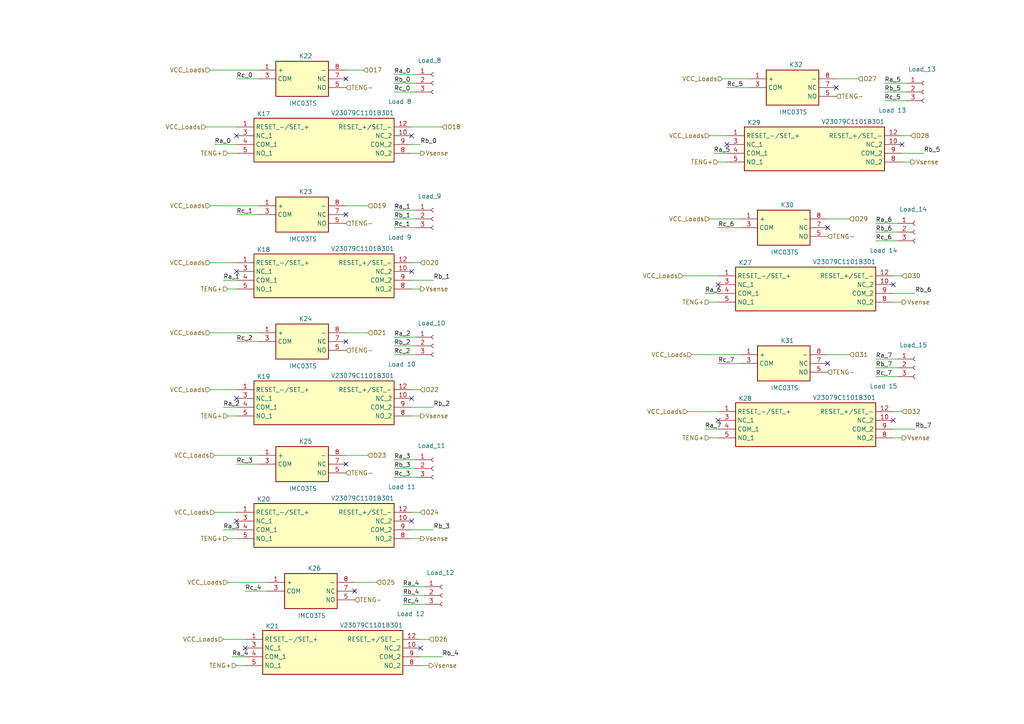
<source format=kicad_sch>
(kicad_sch (version 20231120) (generator "eeschema") (generator_version "8.0")
  (paper "A4")
  (lib_symbols
    (symbol "Connector:Conn_01x03_Socket" (pin_names (offset 1.016) hide)
      (property "Reference" "J" (at 0 5.08 0))
      (property "Value" "Conn_01x03_Socket" (at 0 -5.08 0))
      (symbol "Conn_01x03_Socket_1_1"
        (arc (start 0 -2.032) (mid -0.5058 -2.54) (end 0 -3.048) (stroke (width 0.1524)))
        (polyline (pts (xy -1.27 -2.54) (xy -0.508 -2.54)) (stroke (width 0.1524)))
        (polyline (pts (xy -1.27 0) (xy -0.508 0)) (stroke (width 0.1524)))
        (polyline (pts (xy -1.27 2.54) (xy -0.508 2.54)) (stroke (width 0.1524)))
        (arc (start 0 0.508) (mid -0.5058 0) (end 0 -0.508) (stroke (width 0.1524)))
        (arc (start 0 3.048) (mid -0.5058 2.54) (end 0 2.032) (stroke (width 0.1524)))
        (pin passive line (at -5.08 2.54 0) (length 3.81) (name "Pin_1") (number "1"))
        (pin passive line (at -5.08 0 0) (length 3.81) (name "Pin_2") (number "2"))
        (pin passive line (at -5.08 -2.54 0) (length 3.81) (name "Pin_3") (number "3"))
      )
    )
    (symbol "SamacSys_Parts:IMC03TS"
      (property "Reference" "K" (at 21.59 7.62 0))
      (property "Value" "IMC03TS" (at 21.59 5.08 0))
      (symbol "IMC03TS_1_1"
        (rectangle (start 5.08 2.54) (end 20.32 -7.62) (stroke (width 0.254)) (fill (type background)))
        (pin passive line (at 0 0 0) (length 5.08) (name "+") (number "1"))
        (pin passive line (at 0 -2.54 0) (length 5.08) (name "COM") (number "3"))
        (pin passive line (at 25.4 -5.08 180) (length 5.08) (name "NO") (number "5"))
        (pin no_connect line (at 25.4 -2.54 180) (length 5.08) (name "NC") (number "7"))
        (pin passive line (at 25.4 0 180) (length 5.08) (name "-") (number "8"))
      )
    )
    (symbol "SamacSys_Parts:V23079C1103B301"
      (property "Reference" "K" (at 46.99 7.62 0))
      (property "Value" "V23079C1103B301" (at 46.99 5.08 0))
      (symbol "V23079C1103B301_1_1"
        (rectangle (start 5.08 2.54) (end 45.72 -10.16) (stroke (width 0.254)) (fill (type background)))
        (pin passive line (at 0 0 0) (length 5.08) (name "RESET_-/SET_+") (number "1"))
        (pin passive line (at 50.8 -2.54 180) (length 5.08) (name "NC_2") (number "10"))
        (pin passive line (at 50.8 0 180) (length 5.08) (name "RESET_+/SET_-") (number "12"))
        (pin passive line (at 0 -2.54 0) (length 5.08) (name "NC_1") (number "3"))
        (pin passive line (at 0 -5.08 0) (length 5.08) (name "COM_1") (number "4"))
        (pin passive line (at 0 -7.62 0) (length 5.08) (name "NO_1") (number "5"))
        (pin passive line (at 50.8 -7.62 180) (length 5.08) (name "NO_2") (number "8"))
        (pin passive line (at 50.8 -5.08 180) (length 5.08) (name "COM_2") (number "9"))
      )
    )
  )
  (no_connect (at 208.28 82.55))
  (no_connect (at 102.87 171.45))
  (no_connect (at 121.92 187.96))
  (no_connect (at 119.38 115.57))
  (no_connect (at 68.58 78.74))
  (no_connect (at 242.57 25.4))
  (no_connect (at 119.38 151.13))
  (no_connect (at 100.33 134.62))
  (no_connect (at 68.58 39.37))
  (no_connect (at 100.33 22.86))
  (no_connect (at 259.08 82.55))
  (no_connect (at 71.12 187.96))
  (no_connect (at 259.08 121.92))
  (no_connect (at 208.28 121.92))
  (no_connect (at 100.33 62.23))
  (no_connect (at 240.03 66.04))
  (no_connect (at 68.58 115.57))
  (no_connect (at 210.82 41.91))
  (no_connect (at 240.03 105.41))
  (no_connect (at 119.38 78.74))
  (no_connect (at 261.62 41.91))
  (no_connect (at 68.58 151.13))
  (no_connect (at 100.33 99.06))
  (no_connect (at 119.38 39.37))
  (wire (pts (xy 66.04 44.45) (xy 68.58 44.45)))
  (wire (pts (xy 60.96 76.2) (xy 68.58 76.2)))
  (wire (pts (xy 106.68 59.69) (xy 100.33 59.69)))
  (wire (pts (xy 208.28 105.41) (xy 214.63 105.41)))
  (wire (pts (xy 246.38 102.87) (xy 240.03 102.87)))
  (wire (pts (xy 121.92 76.2) (xy 119.38 76.2)))
  (wire (pts (xy 119.38 81.28) (xy 125.73 81.28)))
  (wire (pts (xy 254 67.31) (xy 260.35 67.31)))
  (wire (pts (xy 114.3 102.87) (xy 120.65 102.87)))
  (wire (pts (xy 62.23 132.08) (xy 74.93 132.08)))
  (wire (pts (xy 254 106.68) (xy 260.35 106.68)))
  (wire (pts (xy 64.77 118.11) (xy 68.58 118.11)))
  (wire (pts (xy 121.92 156.21) (xy 119.38 156.21)))
  (wire (pts (xy 205.74 39.37) (xy 210.82 39.37)))
  (wire (pts (xy 246.38 63.5) (xy 240.03 63.5)))
  (wire (pts (xy 114.3 135.89) (xy 120.65 135.89)))
  (wire (pts (xy 124.46 193.04) (xy 121.92 193.04)))
  (wire (pts (xy 66.04 120.65) (xy 68.58 120.65)))
  (wire (pts (xy 205.74 63.5) (xy 214.63 63.5)))
  (wire (pts (xy 114.3 97.79) (xy 120.65 97.79)))
  (wire (pts (xy 254 109.22) (xy 260.35 109.22)))
  (wire (pts (xy 60.96 113.03) (xy 68.58 113.03)))
  (wire (pts (xy 119.38 118.11) (xy 125.73 118.11)))
  (wire (pts (xy 208.28 46.99) (xy 210.82 46.99)))
  (wire (pts (xy 248.92 22.86) (xy 242.57 22.86)))
  (wire (pts (xy 114.3 100.33) (xy 120.65 100.33)))
  (wire (pts (xy 204.47 85.09) (xy 208.28 85.09)))
  (wire (pts (xy 114.3 60.96) (xy 120.65 60.96)))
  (wire (pts (xy 121.92 120.65) (xy 119.38 120.65)))
  (wire (pts (xy 100.33 20.32) (xy 105.41 20.32)))
  (wire (pts (xy 116.84 175.26) (xy 123.19 175.26)))
  (wire (pts (xy 261.62 80.01) (xy 259.08 80.01)))
  (wire (pts (xy 119.38 153.67) (xy 125.73 153.67)))
  (wire (pts (xy 114.3 26.67) (xy 120.65 26.67)))
  (wire (pts (xy 114.3 138.43) (xy 120.65 138.43)))
  (wire (pts (xy 68.58 193.04) (xy 71.12 193.04)))
  (wire (pts (xy 121.92 83.82) (xy 119.38 83.82)))
  (wire (pts (xy 60.96 96.52) (xy 74.93 96.52)))
  (wire (pts (xy 121.92 148.59) (xy 119.38 148.59)))
  (wire (pts (xy 207.01 44.45) (xy 210.82 44.45)))
  (wire (pts (xy 60.96 59.69) (xy 74.93 59.69)))
  (wire (pts (xy 205.74 127) (xy 208.28 127)))
  (wire (pts (xy 121.92 190.5) (xy 128.27 190.5)))
  (wire (pts (xy 205.74 87.63) (xy 208.28 87.63)))
  (wire (pts (xy 60.96 20.32) (xy 74.93 20.32)))
  (wire (pts (xy 109.22 168.91) (xy 102.87 168.91)))
  (wire (pts (xy 256.54 29.21) (xy 262.89 29.21)))
  (wire (pts (xy 62.23 148.59) (xy 68.58 148.59)))
  (wire (pts (xy 121.92 41.91) (xy 119.38 41.91)))
  (wire (pts (xy 68.58 99.06) (xy 74.93 99.06)))
  (wire (pts (xy 68.58 134.62) (xy 74.93 134.62)))
  (wire (pts (xy 124.46 185.42) (xy 121.92 185.42)))
  (wire (pts (xy 259.08 85.09) (xy 265.43 85.09)))
  (wire (pts (xy 121.92 44.45) (xy 119.38 44.45)))
  (wire (pts (xy 114.3 63.5) (xy 120.65 63.5)))
  (wire (pts (xy 198.12 80.01) (xy 208.28 80.01)))
  (wire (pts (xy 261.62 44.45) (xy 267.97 44.45)))
  (wire (pts (xy 261.62 119.38) (xy 259.08 119.38)))
  (wire (pts (xy 256.54 24.13) (xy 262.89 24.13)))
  (wire (pts (xy 261.62 127) (xy 259.08 127)))
  (wire (pts (xy 66.04 156.21) (xy 68.58 156.21)))
  (wire (pts (xy 264.16 39.37) (xy 261.62 39.37)))
  (wire (pts (xy 209.55 22.86) (xy 217.17 22.86)))
  (wire (pts (xy 67.31 190.5) (xy 71.12 190.5)))
  (wire (pts (xy 116.84 172.72) (xy 123.19 172.72)))
  (wire (pts (xy 121.92 113.03) (xy 119.38 113.03)))
  (wire (pts (xy 254 104.14) (xy 260.35 104.14)))
  (wire (pts (xy 199.39 119.38) (xy 208.28 119.38)))
  (wire (pts (xy 64.77 185.42) (xy 71.12 185.42)))
  (wire (pts (xy 116.84 170.18) (xy 123.19 170.18)))
  (wire (pts (xy 66.04 168.91) (xy 77.47 168.91)))
  (wire (pts (xy 114.3 24.13) (xy 120.65 24.13)))
  (wire (pts (xy 254 64.77) (xy 260.35 64.77)))
  (wire (pts (xy 200.66 102.87) (xy 214.63 102.87)))
  (wire (pts (xy 68.58 62.23) (xy 74.93 62.23)))
  (wire (pts (xy 66.04 83.82) (xy 68.58 83.82)))
  (wire (pts (xy 59.69 36.83) (xy 68.58 36.83)))
  (wire (pts (xy 254 69.85) (xy 260.35 69.85)))
  (wire (pts (xy 259.08 124.46) (xy 265.43 124.46)))
  (wire (pts (xy 204.47 124.46) (xy 208.28 124.46)))
  (wire (pts (xy 114.3 21.59) (xy 120.65 21.59)))
  (wire (pts (xy 64.77 81.28) (xy 68.58 81.28)))
  (wire (pts (xy 62.23 41.91) (xy 68.58 41.91)))
  (wire (pts (xy 106.68 132.08) (xy 100.33 132.08)))
  (wire (pts (xy 256.54 26.67) (xy 262.89 26.67)))
  (wire (pts (xy 106.68 96.52) (xy 100.33 96.52)))
  (wire (pts (xy 261.62 87.63) (xy 259.08 87.63)))
  (wire (pts (xy 119.38 36.83) (xy 128.27 36.83)))
  (wire (pts (xy 71.12 171.45) (xy 77.47 171.45)))
  (wire (pts (xy 68.58 22.86) (xy 74.93 22.86)))
  (wire (pts (xy 64.77 153.67) (xy 68.58 153.67)))
  (wire (pts (xy 264.16 46.99) (xy 261.62 46.99)))
  (wire (pts (xy 114.3 133.35) (xy 120.65 133.35)))
  (wire (pts (xy 210.82 25.4) (xy 217.17 25.4)))
  (wire (pts (xy 114.3 66.04) (xy 120.65 66.04)))
  (wire (pts (xy 208.28 66.04) (xy 214.63 66.04)))
  (label "Ra_4" (at 67.31 190.5 0))
  (label "Rc_3" (at 114.3 138.43 0))
  (label "Rc_7" (at 208.28 105.41 0))
  (label "Ra_1" (at 64.77 81.28 0))
  (label "Ra_1" (at 114.3 60.96 0))
  (label "Ra_7" (at 204.47 124.46 0))
  (label "Rc_2" (at 68.58 99.06 0))
  (label "Rb_3" (at 114.3 135.89 0))
  (label "Rb_2" (at 125.73 118.11 0))
  (label "Rb_1" (at 125.73 81.28 0))
  (label "Ra_6" (at 254 64.77 0))
  (label "Ra_4" (at 116.84 170.18 0))
  (label "Rc_6" (at 254 69.85 0))
  (label "Rc_3" (at 68.58 134.62 0))
  (label "Ra_2" (at 64.77 118.11 0))
  (label "Rb_7" (at 254 106.68 0))
  (label "Rc_4" (at 71.12 171.45 0))
  (label "Rc_0" (at 114.3 26.67 0))
  (label "Rb_6" (at 254 67.31 0))
  (label "Rc_6" (at 208.28 66.04 0))
  (label "Rc_7" (at 254 109.22 0))
  (label "Ra_6" (at 204.47 85.09 0))
  (label "Ra_2" (at 114.3 97.79 0))
  (label "Rb_0" (at 114.3 24.13 0))
  (label "Ra_5" (at 207.01 44.45 0))
  (label "Ra_3" (at 64.77 153.67 0))
  (label "Rb_1" (at 114.3 63.5 0))
  (label "Rb_4" (at 128.27 190.5 0))
  (label "Rc_1" (at 114.3 66.04 0))
  (label "Rc_4" (at 116.84 175.26 0))
  (label "Rb_5" (at 256.54 26.67 0))
  (label "Ra_0" (at 62.23 41.91 0))
  (label "Ra_3" (at 114.3 133.35 0))
  (label "Rb_0" (at 121.92 41.91 0))
  (label "Rb_4" (at 116.84 172.72 0))
  (label "Rb_2" (at 114.3 100.33 0))
  (label "Rb_7" (at 265.43 124.46 0))
  (label "Ra_5" (at 256.54 24.13 0))
  (label "Rc_2" (at 114.3 102.87 0))
  (label "Rb_3" (at 125.73 153.67 0))
  (label "Rc_5" (at 210.82 25.4 0))
  (label "Rc_5" (at 256.54 29.21 0))
  (label "Ra_7" (at 254 104.14 0))
  (label "Rc_0" (at 68.58 22.86 0))
  (label "Rc_1" (at 68.58 62.23 0))
  (label "Rb_6" (at 265.43 85.09 0))
  (label "Ra_0" (at 114.3 21.59 0))
  (label "Rb_5" (at 267.97 44.45 0))
  (hierarchical_label "O18" (shape input) (at 128.27 36.83 0))
  (hierarchical_label "TENG+" (shape input) (at 66.04 120.65 180))
  (hierarchical_label "O23" (shape input) (at 106.68 132.08 0))
  (hierarchical_label "O28" (shape input) (at 264.16 39.37 0))
  (hierarchical_label "VCC_Loads" (shape input) (at 64.77 185.42 180))
  (hierarchical_label "O26" (shape input) (at 124.46 185.42 0))
  (hierarchical_label "TENG+" (shape input) (at 66.04 44.45 180))
  (hierarchical_label "TENG-" (shape input) (at 100.33 137.16 0))
  (hierarchical_label "O20" (shape input) (at 121.92 76.2 0))
  (hierarchical_label "O21" (shape input) (at 106.68 96.52 0))
  (hierarchical_label "VCC_Loads" (shape input) (at 62.23 132.08 180))
  (hierarchical_label "O19" (shape input) (at 106.68 59.69 0))
  (hierarchical_label "VCC_Loads" (shape input) (at 198.12 80.01 180))
  (hierarchical_label "VCC_Loads" (shape input) (at 59.69 36.83 180))
  (hierarchical_label "VCC_Loads" (shape input) (at 60.96 113.03 180))
  (hierarchical_label "Vsense" (shape output) (at 264.16 46.99 0))
  (hierarchical_label "Vsense" (shape output) (at 121.92 156.21 0))
  (hierarchical_label "VCC_Loads" (shape input) (at 62.23 148.59 180))
  (hierarchical_label "TENG-" (shape input) (at 100.33 64.77 0))
  (hierarchical_label "TENG+" (shape input) (at 66.04 156.21 180))
  (hierarchical_label "TENG-" (shape input) (at 240.03 68.58 0))
  (hierarchical_label "O22" (shape input) (at 121.92 113.03 0))
  (hierarchical_label "O32" (shape input) (at 261.62 119.38 0))
  (hierarchical_label "O25" (shape input) (at 109.22 168.91 0))
  (hierarchical_label "O27" (shape input) (at 248.92 22.86 0))
  (hierarchical_label "VCC_Loads" (shape input) (at 200.66 102.87 180))
  (hierarchical_label "TENG-" (shape input) (at 240.03 107.95 0))
  (hierarchical_label "VCC_Loads" (shape input) (at 205.74 39.37 180))
  (hierarchical_label "Vsense" (shape output) (at 121.92 44.45 0))
  (hierarchical_label "VCC_Loads" (shape input) (at 60.96 76.2 180))
  (hierarchical_label "TENG-" (shape input) (at 100.33 25.4 0))
  (hierarchical_label "VCC_Loads" (shape input) (at 60.96 96.52 180))
  (hierarchical_label "Vsense" (shape output) (at 121.92 120.65 0))
  (hierarchical_label "O31" (shape input) (at 246.38 102.87 0))
  (hierarchical_label "TENG-" (shape input) (at 242.57 27.94 0))
  (hierarchical_label "TENG+" (shape input) (at 66.04 83.82 180))
  (hierarchical_label "O30" (shape input) (at 261.62 80.01 0))
  (hierarchical_label "TENG+" (shape input) (at 205.74 127 180))
  (hierarchical_label "O24" (shape input) (at 121.92 148.59 0))
  (hierarchical_label "VCC_Loads" (shape input) (at 60.96 59.69 180))
  (hierarchical_label "Vsense" (shape output) (at 261.62 87.63 0))
  (hierarchical_label "Vsense" (shape output) (at 121.92 83.82 0))
  (hierarchical_label "Vsense" (shape output) (at 261.62 127 0))
  (hierarchical_label "VCC_Loads" (shape input) (at 66.04 168.91 180))
  (hierarchical_label "TENG+" (shape input) (at 68.58 193.04 180))
  (hierarchical_label "VCC_Loads" (shape input) (at 60.96 20.32 180))
  (hierarchical_label "TENG+" (shape input) (at 205.74 87.63 180))
  (hierarchical_label "VCC_Loads" (shape input) (at 199.39 119.38 180))
  (hierarchical_label "VCC_Loads" (shape input) (at 209.55 22.86 180))
  (hierarchical_label "TENG-" (shape input) (at 100.33 101.6 0))
  (hierarchical_label "O29" (shape input) (at 246.38 63.5 0))
  (hierarchical_label "Vsense" (shape output) (at 124.46 193.04 0))
  (hierarchical_label "VCC_Loads" (shape input) (at 205.74 63.5 180))
  (hierarchical_label "TENG+" (shape input) (at 208.28 46.99 180))
  (hierarchical_label "O17" (shape input) (at 105.41 20.32 0))
  (hierarchical_label "TENG-" (shape input) (at 102.87 173.99 0))
  (symbol (lib_id "SamacSys_Parts:V23079C1103B301") (at 68.58 76.2 0) (unit 1)
    (property "Reference" "K18" (at 76.454 72.39 0))
    (property "Value" "V23079C1101B301" (at 105.156 72.136 0))
    (property "Footprint" "SamacSys_Parts:V23079A1001B301" (effects (hide yes)))
    (property "Datasheet" "https://www.te.com/commerce/DocumentDelivery/DDEController?Action=showdoc&DocId=Specification+Or+Standard%7F108-98002%7FZ5%7Fpdf%7FEnglish%7FENG_SS_108-98002_Z5.pdf%7F4-1393788-8" (effects (hide yes)))
    (property "Description" "Relay,signal,PCB,DPDT,2A,12Vdc,latching" (effects (hide yes)))
    (property "Height" "9" (effects (hide yes)))
    (property "Manufacturer_Name" "TE Connectivity" (effects (hide yes)))
    (property "Manufacturer_Part_Number" "V23079C1103B301" (effects (hide yes)))
    (property "Mouser Part Number" "655-V23079C1103B301" (effects (hide yes)))
    (property "Mouser Price/Stock" "https://www.mouser.co.uk/ProductDetail/TE-Connectivity-PB/V23079C1103B301?qs=CNrsY6Bml5mJjfpRR1yORw%3D%3D" (effects (hide yes)))
    (property "Arrow Part Number" "V23079C1103B301" (effects (hide yes)))
    (property "Arrow Price/Stock" "https://www.arrow.com/en/products/v23079c1103b301/te-connectivity?region=nac" (effects (hide yes)))
  )
  (symbol (lib_id "SamacSys_Parts:V23079C1103B301") (at 71.12 185.42 0) (unit 1)
    (property "Reference" "K21" (at 78.994 181.61 0))
    (property "Value" "V23079C1101B301" (at 107.696 181.356 0))
    (property "Footprint" "SamacSys_Parts:V23079A1001B301" (effects (hide yes)))
    (property "Datasheet" "https://www.te.com/commerce/DocumentDelivery/DDEController?Action=showdoc&DocId=Specification+Or+Standard%7F108-98002%7FZ5%7Fpdf%7FEnglish%7FENG_SS_108-98002_Z5.pdf%7F4-1393788-8" (effects (hide yes)))
    (property "Description" "Relay,signal,PCB,DPDT,2A,12Vdc,latching" (effects (hide yes)))
    (property "Height" "9" (effects (hide yes)))
    (property "Manufacturer_Name" "TE Connectivity" (effects (hide yes)))
    (property "Manufacturer_Part_Number" "V23079C1103B301" (effects (hide yes)))
    (property "Mouser Part Number" "655-V23079C1103B301" (effects (hide yes)))
    (property "Mouser Price/Stock" "https://www.mouser.co.uk/ProductDetail/TE-Connectivity-PB/V23079C1103B301?qs=CNrsY6Bml5mJjfpRR1yORw%3D%3D" (effects (hide yes)))
    (property "Arrow Part Number" "V23079C1103B301" (effects (hide yes)))
    (property "Arrow Price/Stock" "https://www.arrow.com/en/products/v23079c1103b301/te-connectivity?region=nac" (effects (hide yes)))
  )
  (symbol (lib_id "SamacSys_Parts:V23079C1103B301") (at 208.28 119.38 0) (unit 1)
    (property "Reference" "K28" (at 216.154 115.57 0))
    (property "Value" "V23079C1101B301" (at 244.856 115.316 0))
    (property "Footprint" "SamacSys_Parts:V23079A1001B301" (effects (hide yes)))
    (property "Datasheet" "https://www.te.com/commerce/DocumentDelivery/DDEController?Action=showdoc&DocId=Specification+Or+Standard%7F108-98002%7FZ5%7Fpdf%7FEnglish%7FENG_SS_108-98002_Z5.pdf%7F4-1393788-8" (effects (hide yes)))
    (property "Description" "Relay,signal,PCB,DPDT,2A,12Vdc,latching" (effects (hide yes)))
    (property "Height" "9" (effects (hide yes)))
    (property "Manufacturer_Name" "TE Connectivity" (effects (hide yes)))
    (property "Manufacturer_Part_Number" "V23079C1103B301" (effects (hide yes)))
    (property "Mouser Part Number" "655-V23079C1103B301" (effects (hide yes)))
    (property "Mouser Price/Stock" "https://www.mouser.co.uk/ProductDetail/TE-Connectivity-PB/V23079C1103B301?qs=CNrsY6Bml5mJjfpRR1yORw%3D%3D" (effects (hide yes)))
    (property "Arrow Part Number" "V23079C1103B301" (effects (hide yes)))
    (property "Arrow Price/Stock" "https://www.arrow.com/en/products/v23079c1103b301/te-connectivity?region=nac" (effects (hide yes)))
  )
  (symbol (lib_id "Connector:Conn_01x03_Socket") (at 265.43 67.31 0) (unit 1)
    (property "Reference" "Load_14" (at 260.858 60.706 0) (effects (justify left)))
    (property "Value" "Load 14" (at 252.222 72.644 0) (effects (justify left)))
    (property "Footprint" "Connector_PinHeader_2.54mm:PinHeader_1x03_P2.54mm_Vertical" (effects (hide yes)))
    (property "Description" "Generic connector, single row, 01x03, script generated" (effects (hide yes)))
  )
  (symbol (lib_id "Connector:Conn_01x03_Socket") (at 125.73 100.33 0) (unit 1)
    (property "Reference" "Load_10" (at 121.158 93.726 0) (effects (justify left)))
    (property "Value" "Load 10" (at 112.522 105.664 0) (effects (justify left)))
    (property "Footprint" "Connector_PinHeader_2.54mm:PinHeader_1x03_P2.54mm_Vertical" (effects (hide yes)))
    (property "Description" "Generic connector, single row, 01x03, script generated" (effects (hide yes)))
  )
  (symbol (lib_id "SamacSys_Parts:IMC03TS") (at 74.93 20.32 0) (unit 1)
    (property "Reference" "K22" (at 88.646 16.256 0))
    (property "Value" "IMC03TS" (at 87.884 29.972 0))
    (property "Footprint" "SamacSys_Parts:IMC03TS" (effects (hide yes)))
    (property "Datasheet" "https://componentsearchengine.com/Datasheets/1/IMC03TS.pdf" (effects (hide yes)))
    (property "Description" "TE CONNECTIVITY - IMC03TS - RELAY, SIGNAL, SPDT, 30VDC, 2A" (effects (hide yes)))
    (property "Height" "5" (effects (hide yes)))
    (property "Manufacturer_Name" "TE Connectivity" (effects (hide yes)))
    (property "Manufacturer_Part_Number" "IMC03TS" (effects (hide yes)))
    (property "Mouser Part Number" "655-IMC03TS" (effects (hide yes)))
    (property "Mouser Price/Stock" "https://www.mouser.co.uk/ProductDetail/TE-Connectivity/IMC03TS?qs=cjQ5B1jJSzR1ZiTl5Tzf3w%3D%3D" (effects (hide yes)))
    (property "Arrow Part Number" "IMC03TS" (effects (hide yes)))
    (property "Arrow Price/Stock" "https://www.arrow.com/en/products/imc03ts/te-connectivity?region=nac" (effects (hide yes)))
  )
  (symbol (lib_id "SamacSys_Parts:V23079C1103B301") (at 68.58 148.59 0) (unit 1)
    (property "Reference" "K20" (at 76.454 144.78 0))
    (property "Value" "V23079C1101B301" (at 105.156 144.526 0))
    (property "Footprint" "SamacSys_Parts:V23079A1001B301" (effects (hide yes)))
    (property "Datasheet" "https://www.te.com/commerce/DocumentDelivery/DDEController?Action=showdoc&DocId=Specification+Or+Standard%7F108-98002%7FZ5%7Fpdf%7FEnglish%7FENG_SS_108-98002_Z5.pdf%7F4-1393788-8" (effects (hide yes)))
    (property "Description" "Relay,signal,PCB,DPDT,2A,12Vdc,latching" (effects (hide yes)))
    (property "Height" "9" (effects (hide yes)))
    (property "Manufacturer_Name" "TE Connectivity" (effects (hide yes)))
    (property "Manufacturer_Part_Number" "V23079C1103B301" (effects (hide yes)))
    (property "Mouser Part Number" "655-V23079C1103B301" (effects (hide yes)))
    (property "Mouser Price/Stock" "https://www.mouser.co.uk/ProductDetail/TE-Connectivity-PB/V23079C1103B301?qs=CNrsY6Bml5mJjfpRR1yORw%3D%3D" (effects (hide yes)))
    (property "Arrow Part Number" "V23079C1103B301" (effects (hide yes)))
    (property "Arrow Price/Stock" "https://www.arrow.com/en/products/v23079c1103b301/te-connectivity?region=nac" (effects (hide yes)))
  )
  (symbol (lib_id "SamacSys_Parts:IMC03TS") (at 74.93 59.69 0) (unit 1)
    (property "Reference" "K23" (at 88.646 55.626 0))
    (property "Value" "IMC03TS" (at 87.884 69.342 0))
    (property "Footprint" "SamacSys_Parts:IMC03TS" (effects (hide yes)))
    (property "Datasheet" "https://componentsearchengine.com/Datasheets/1/IMC03TS.pdf" (effects (hide yes)))
    (property "Description" "TE CONNECTIVITY - IMC03TS - RELAY, SIGNAL, SPDT, 30VDC, 2A" (effects (hide yes)))
    (property "Height" "5" (effects (hide yes)))
    (property "Manufacturer_Name" "TE Connectivity" (effects (hide yes)))
    (property "Manufacturer_Part_Number" "IMC03TS" (effects (hide yes)))
    (property "Mouser Part Number" "655-IMC03TS" (effects (hide yes)))
    (property "Mouser Price/Stock" "https://www.mouser.co.uk/ProductDetail/TE-Connectivity/IMC03TS?qs=cjQ5B1jJSzR1ZiTl5Tzf3w%3D%3D" (effects (hide yes)))
    (property "Arrow Part Number" "IMC03TS" (effects (hide yes)))
    (property "Arrow Price/Stock" "https://www.arrow.com/en/products/imc03ts/te-connectivity?region=nac" (effects (hide yes)))
  )
  (symbol (lib_id "Connector:Conn_01x03_Socket") (at 128.27 172.72 0) (unit 1)
    (property "Reference" "Load_12" (at 123.698 166.116 0) (effects (justify left)))
    (property "Value" "Load 12" (at 115.062 178.054 0) (effects (justify left)))
    (property "Footprint" "Connector_PinHeader_2.54mm:PinHeader_1x03_P2.54mm_Vertical" (effects (hide yes)))
    (property "Description" "Generic connector, single row, 01x03, script generated" (effects (hide yes)))
  )
  (symbol (lib_id "SamacSys_Parts:V23079C1103B301") (at 210.82 39.37 0) (unit 1)
    (property "Reference" "K29" (at 218.694 35.56 0))
    (property "Value" "V23079C1101B301" (at 247.396 35.306 0))
    (property "Footprint" "SamacSys_Parts:V23079A1001B301" (effects (hide yes)))
    (property "Datasheet" "https://www.te.com/commerce/DocumentDelivery/DDEController?Action=showdoc&DocId=Specification+Or+Standard%7F108-98002%7FZ5%7Fpdf%7FEnglish%7FENG_SS_108-98002_Z5.pdf%7F4-1393788-8" (effects (hide yes)))
    (property "Description" "Relay,signal,PCB,DPDT,2A,12Vdc,latching" (effects (hide yes)))
    (property "Height" "9" (effects (hide yes)))
    (property "Manufacturer_Name" "TE Connectivity" (effects (hide yes)))
    (property "Manufacturer_Part_Number" "V23079C1103B301" (effects (hide yes)))
    (property "Mouser Part Number" "655-V23079C1103B301" (effects (hide yes)))
    (property "Mouser Price/Stock" "https://www.mouser.co.uk/ProductDetail/TE-Connectivity-PB/V23079C1103B301?qs=CNrsY6Bml5mJjfpRR1yORw%3D%3D" (effects (hide yes)))
    (property "Arrow Part Number" "V23079C1103B301" (effects (hide yes)))
    (property "Arrow Price/Stock" "https://www.arrow.com/en/products/v23079c1103b301/te-connectivity?region=nac" (effects (hide yes)))
  )
  (symbol (lib_id "SamacSys_Parts:IMC03TS") (at 74.93 96.52 0) (unit 1)
    (property "Reference" "K24" (at 88.646 92.456 0))
    (property "Value" "IMC03TS" (at 87.884 106.172 0))
    (property "Footprint" "SamacSys_Parts:IMC03TS" (effects (hide yes)))
    (property "Datasheet" "https://componentsearchengine.com/Datasheets/1/IMC03TS.pdf" (effects (hide yes)))
    (property "Description" "TE CONNECTIVITY - IMC03TS - RELAY, SIGNAL, SPDT, 30VDC, 2A" (effects (hide yes)))
    (property "Height" "5" (effects (hide yes)))
    (property "Manufacturer_Name" "TE Connectivity" (effects (hide yes)))
    (property "Manufacturer_Part_Number" "IMC03TS" (effects (hide yes)))
    (property "Mouser Part Number" "655-IMC03TS" (effects (hide yes)))
    (property "Mouser Price/Stock" "https://www.mouser.co.uk/ProductDetail/TE-Connectivity/IMC03TS?qs=cjQ5B1jJSzR1ZiTl5Tzf3w%3D%3D" (effects (hide yes)))
    (property "Arrow Part Number" "IMC03TS" (effects (hide yes)))
    (property "Arrow Price/Stock" "https://www.arrow.com/en/products/imc03ts/te-connectivity?region=nac" (effects (hide yes)))
  )
  (symbol (lib_id "SamacSys_Parts:V23079C1103B301") (at 208.28 80.01 0) (unit 1)
    (property "Reference" "K27" (at 216.154 76.2 0))
    (property "Value" "V23079C1101B301" (at 244.856 75.946 0))
    (property "Footprint" "SamacSys_Parts:V23079A1001B301" (effects (hide yes)))
    (property "Datasheet" "https://www.te.com/commerce/DocumentDelivery/DDEController?Action=showdoc&DocId=Specification+Or+Standard%7F108-98002%7FZ5%7Fpdf%7FEnglish%7FENG_SS_108-98002_Z5.pdf%7F4-1393788-8" (effects (hide yes)))
    (property "Description" "Relay,signal,PCB,DPDT,2A,12Vdc,latching" (effects (hide yes)))
    (property "Height" "9" (effects (hide yes)))
    (property "Manufacturer_Name" "TE Connectivity" (effects (hide yes)))
    (property "Manufacturer_Part_Number" "V23079C1103B301" (effects (hide yes)))
    (property "Mouser Part Number" "655-V23079C1103B301" (effects (hide yes)))
    (property "Mouser Price/Stock" "https://www.mouser.co.uk/ProductDetail/TE-Connectivity-PB/V23079C1103B301?qs=CNrsY6Bml5mJjfpRR1yORw%3D%3D" (effects (hide yes)))
    (property "Arrow Part Number" "V23079C1103B301" (effects (hide yes)))
    (property "Arrow Price/Stock" "https://www.arrow.com/en/products/v23079c1103b301/te-connectivity?region=nac" (effects (hide yes)))
  )
  (symbol (lib_id "Connector:Conn_01x03_Socket") (at 265.43 106.68 0) (unit 1)
    (property "Reference" "Load_15" (at 260.858 100.076 0) (effects (justify left)))
    (property "Value" "Load 15" (at 252.222 112.014 0) (effects (justify left)))
    (property "Footprint" "Connector_PinHeader_2.54mm:PinHeader_1x03_P2.54mm_Vertical" (effects (hide yes)))
    (property "Description" "Generic connector, single row, 01x03, script generated" (effects (hide yes)))
  )
  (symbol (lib_id "SamacSys_Parts:V23079C1103B301") (at 68.58 113.03 0) (unit 1)
    (property "Reference" "K19" (at 76.454 109.22 0))
    (property "Value" "V23079C1101B301" (at 105.156 108.966 0))
    (property "Footprint" "SamacSys_Parts:V23079A1001B301" (effects (hide yes)))
    (property "Datasheet" "https://www.te.com/commerce/DocumentDelivery/DDEController?Action=showdoc&DocId=Specification+Or+Standard%7F108-98002%7FZ5%7Fpdf%7FEnglish%7FENG_SS_108-98002_Z5.pdf%7F4-1393788-8" (effects (hide yes)))
    (property "Description" "Relay,signal,PCB,DPDT,2A,12Vdc,latching" (effects (hide yes)))
    (property "Height" "9" (effects (hide yes)))
    (property "Manufacturer_Name" "TE Connectivity" (effects (hide yes)))
    (property "Manufacturer_Part_Number" "V23079C1103B301" (effects (hide yes)))
    (property "Mouser Part Number" "655-V23079C1103B301" (effects (hide yes)))
    (property "Mouser Price/Stock" "https://www.mouser.co.uk/ProductDetail/TE-Connectivity-PB/V23079C1103B301?qs=CNrsY6Bml5mJjfpRR1yORw%3D%3D" (effects (hide yes)))
    (property "Arrow Part Number" "V23079C1103B301" (effects (hide yes)))
    (property "Arrow Price/Stock" "https://www.arrow.com/en/products/v23079c1103b301/te-connectivity?region=nac" (effects (hide yes)))
  )
  (symbol (lib_id "SamacSys_Parts:IMC03TS") (at 74.93 132.08 0) (unit 1)
    (property "Reference" "K25" (at 88.646 128.016 0))
    (property "Value" "IMC03TS" (at 87.884 141.732 0))
    (property "Footprint" "SamacSys_Parts:IMC03TS" (effects (hide yes)))
    (property "Datasheet" "https://componentsearchengine.com/Datasheets/1/IMC03TS.pdf" (effects (hide yes)))
    (property "Description" "TE CONNECTIVITY - IMC03TS - RELAY, SIGNAL, SPDT, 30VDC, 2A" (effects (hide yes)))
    (property "Height" "5" (effects (hide yes)))
    (property "Manufacturer_Name" "TE Connectivity" (effects (hide yes)))
    (property "Manufacturer_Part_Number" "IMC03TS" (effects (hide yes)))
    (property "Mouser Part Number" "655-IMC03TS" (effects (hide yes)))
    (property "Mouser Price/Stock" "https://www.mouser.co.uk/ProductDetail/TE-Connectivity/IMC03TS?qs=cjQ5B1jJSzR1ZiTl5Tzf3w%3D%3D" (effects (hide yes)))
    (property "Arrow Part Number" "IMC03TS" (effects (hide yes)))
    (property "Arrow Price/Stock" "https://www.arrow.com/en/products/imc03ts/te-connectivity?region=nac" (effects (hide yes)))
  )
  (symbol (lib_id "SamacSys_Parts:IMC03TS") (at 217.17 22.86 0) (unit 1)
    (property "Reference" "K32" (at 230.886 18.796 0))
    (property "Value" "IMC03TS" (at 230.124 32.512 0))
    (property "Footprint" "SamacSys_Parts:IMC03TS" (effects (hide yes)))
    (property "Datasheet" "https://componentsearchengine.com/Datasheets/1/IMC03TS.pdf" (effects (hide yes)))
    (property "Description" "TE CONNECTIVITY - IMC03TS - RELAY, SIGNAL, SPDT, 30VDC, 2A" (effects (hide yes)))
    (property "Height" "5" (effects (hide yes)))
    (property "Manufacturer_Name" "TE Connectivity" (effects (hide yes)))
    (property "Manufacturer_Part_Number" "IMC03TS" (effects (hide yes)))
    (property "Mouser Part Number" "655-IMC03TS" (effects (hide yes)))
    (property "Mouser Price/Stock" "https://www.mouser.co.uk/ProductDetail/TE-Connectivity/IMC03TS?qs=cjQ5B1jJSzR1ZiTl5Tzf3w%3D%3D" (effects (hide yes)))
    (property "Arrow Part Number" "IMC03TS" (effects (hide yes)))
    (property "Arrow Price/Stock" "https://www.arrow.com/en/products/imc03ts/te-connectivity?region=nac" (effects (hide yes)))
  )
  (symbol (lib_id "SamacSys_Parts:IMC03TS") (at 77.47 168.91 0) (unit 1)
    (property "Reference" "K26" (at 91.186 164.846 0))
    (property "Value" "IMC03TS" (at 90.424 178.562 0))
    (property "Footprint" "SamacSys_Parts:IMC03TS" (effects (hide yes)))
    (property "Datasheet" "https://componentsearchengine.com/Datasheets/1/IMC03TS.pdf" (effects (hide yes)))
    (property "Description" "TE CONNECTIVITY - IMC03TS - RELAY, SIGNAL, SPDT, 30VDC, 2A" (effects (hide yes)))
    (property "Height" "5" (effects (hide yes)))
    (property "Manufacturer_Name" "TE Connectivity" (effects (hide yes)))
    (property "Manufacturer_Part_Number" "IMC03TS" (effects (hide yes)))
    (property "Mouser Part Number" "655-IMC03TS" (effects (hide yes)))
    (property "Mouser Price/Stock" "https://www.mouser.co.uk/ProductDetail/TE-Connectivity/IMC03TS?qs=cjQ5B1jJSzR1ZiTl5Tzf3w%3D%3D" (effects (hide yes)))
    (property "Arrow Part Number" "IMC03TS" (effects (hide yes)))
    (property "Arrow Price/Stock" "https://www.arrow.com/en/products/imc03ts/te-connectivity?region=nac" (effects (hide yes)))
  )
  (symbol (lib_id "Connector:Conn_01x03_Socket") (at 267.97 26.67 0) (unit 1)
    (property "Reference" "Load_13" (at 263.398 20.066 0) (effects (justify left)))
    (property "Value" "Load 13" (at 254.762 32.004 0) (effects (justify left)))
    (property "Footprint" "Connector_PinHeader_2.54mm:PinHeader_1x03_P2.54mm_Vertical" (effects (hide yes)))
    (property "Description" "Generic connector, single row, 01x03, script generated" (effects (hide yes)))
  )
  (symbol (lib_id "SamacSys_Parts:IMC03TS") (at 214.63 63.5 0) (unit 1)
    (property "Reference" "K30" (at 228.346 59.436 0))
    (property "Value" "IMC03TS" (at 227.584 73.152 0))
    (property "Footprint" "SamacSys_Parts:IMC03TS" (effects (hide yes)))
    (property "Datasheet" "https://componentsearchengine.com/Datasheets/1/IMC03TS.pdf" (effects (hide yes)))
    (property "Description" "TE CONNECTIVITY - IMC03TS - RELAY, SIGNAL, SPDT, 30VDC, 2A" (effects (hide yes)))
    (property "Height" "5" (effects (hide yes)))
    (property "Manufacturer_Name" "TE Connectivity" (effects (hide yes)))
    (property "Manufacturer_Part_Number" "IMC03TS" (effects (hide yes)))
    (property "Mouser Part Number" "655-IMC03TS" (effects (hide yes)))
    (property "Mouser Price/Stock" "https://www.mouser.co.uk/ProductDetail/TE-Connectivity/IMC03TS?qs=cjQ5B1jJSzR1ZiTl5Tzf3w%3D%3D" (effects (hide yes)))
    (property "Arrow Part Number" "IMC03TS" (effects (hide yes)))
    (property "Arrow Price/Stock" "https://www.arrow.com/en/products/imc03ts/te-connectivity?region=nac" (effects (hide yes)))
  )
  (symbol (lib_id "SamacSys_Parts:IMC03TS") (at 214.63 102.87 0) (unit 1)
    (property "Reference" "K31" (at 228.346 98.806 0))
    (property "Value" "IMC03TS" (at 227.584 112.522 0))
    (property "Footprint" "SamacSys_Parts:IMC03TS" (effects (hide yes)))
    (property "Datasheet" "https://componentsearchengine.com/Datasheets/1/IMC03TS.pdf" (effects (hide yes)))
    (property "Description" "TE CONNECTIVITY - IMC03TS - RELAY, SIGNAL, SPDT, 30VDC, 2A" (effects (hide yes)))
    (property "Height" "5" (effects (hide yes)))
    (property "Manufacturer_Name" "TE Connectivity" (effects (hide yes)))
    (property "Manufacturer_Part_Number" "IMC03TS" (effects (hide yes)))
    (property "Mouser Part Number" "655-IMC03TS" (effects (hide yes)))
    (property "Mouser Price/Stock" "https://www.mouser.co.uk/ProductDetail/TE-Connectivity/IMC03TS?qs=cjQ5B1jJSzR1ZiTl5Tzf3w%3D%3D" (effects (hide yes)))
    (property "Arrow Part Number" "IMC03TS" (effects (hide yes)))
    (property "Arrow Price/Stock" "https://www.arrow.com/en/products/imc03ts/te-connectivity?region=nac" (effects (hide yes)))
  )
  (symbol (lib_id "Connector:Conn_01x03_Socket") (at 125.73 24.13 0) (unit 1)
    (property "Reference" "Load_8" (at 121.158 17.526 0) (effects (justify left)))
    (property "Value" "Load 8" (at 112.522 29.464 0) (effects (justify left)))
    (property "Footprint" "Connector_PinHeader_2.54mm:PinHeader_1x03_P2.54mm_Vertical" (effects (hide yes)))
    (property "Description" "Generic connector, single row, 01x03, script generated" (effects (hide yes)))
  )
  (symbol (lib_id "SamacSys_Parts:V23079C1103B301") (at 68.58 36.83 0) (unit 1)
    (property "Reference" "K17" (at 76.454 33.02 0))
    (property "Value" "V23079C1101B301" (at 105.156 32.766 0))
    (property "Footprint" "SamacSys_Parts:V23079A1001B301" (effects (hide yes)))
    (property "Datasheet" "https://www.te.com/commerce/DocumentDelivery/DDEController?Action=showdoc&DocId=Specification+Or+Standard%7F108-98002%7FZ5%7Fpdf%7FEnglish%7FENG_SS_108-98002_Z5.pdf%7F4-1393788-8" (effects (hide yes)))
    (property "Description" "Relay,signal,PCB,DPDT,2A,12Vdc,latching" (effects (hide yes)))
    (property "Height" "9" (effects (hide yes)))
    (property "Manufacturer_Name" "TE Connectivity" (effects (hide yes)))
    (property "Manufacturer_Part_Number" "V23079C1103B301" (effects (hide yes)))
    (property "Mouser Part Number" "655-V23079C1103B301" (effects (hide yes)))
    (property "Mouser Price/Stock" "https://www.mouser.co.uk/ProductDetail/TE-Connectivity-PB/V23079C1103B301?qs=CNrsY6Bml5mJjfpRR1yORw%3D%3D" (effects (hide yes)))
    (property "Arrow Part Number" "V23079C1103B301" (effects (hide yes)))
    (property "Arrow Price/Stock" "https://www.arrow.com/en/products/v23079c1103b301/te-connectivity?region=nac" (effects (hide yes)))
  )
  (symbol (lib_id "Connector:Conn_01x03_Socket") (at 125.73 135.89 0) (unit 1)
    (property "Reference" "Load_11" (at 121.158 129.286 0) (effects (justify left)))
    (property "Value" "Load 11" (at 112.522 141.224 0) (effects (justify left)))
    (property "Footprint" "Connector_PinHeader_2.54mm:PinHeader_1x03_P2.54mm_Vertical" (effects (hide yes)))
    (property "Description" "Generic connector, single row, 01x03, script generated" (effects (hide yes)))
  )
  (symbol (lib_id "Connector:Conn_01x03_Socket") (at 125.73 63.5 0) (unit 1)
    (property "Reference" "Load_9" (at 121.158 56.896 0) (effects (justify left)))
    (property "Value" "Load 9" (at 112.522 68.834 0) (effects (justify left)))
    (property "Footprint" "Connector_PinHeader_2.54mm:PinHeader_1x03_P2.54mm_Vertical" (effects (hide yes)))
    (property "Description" "Generic connector, single row, 01x03, script generated" (effects (hide yes)))
  )
)
</source>
